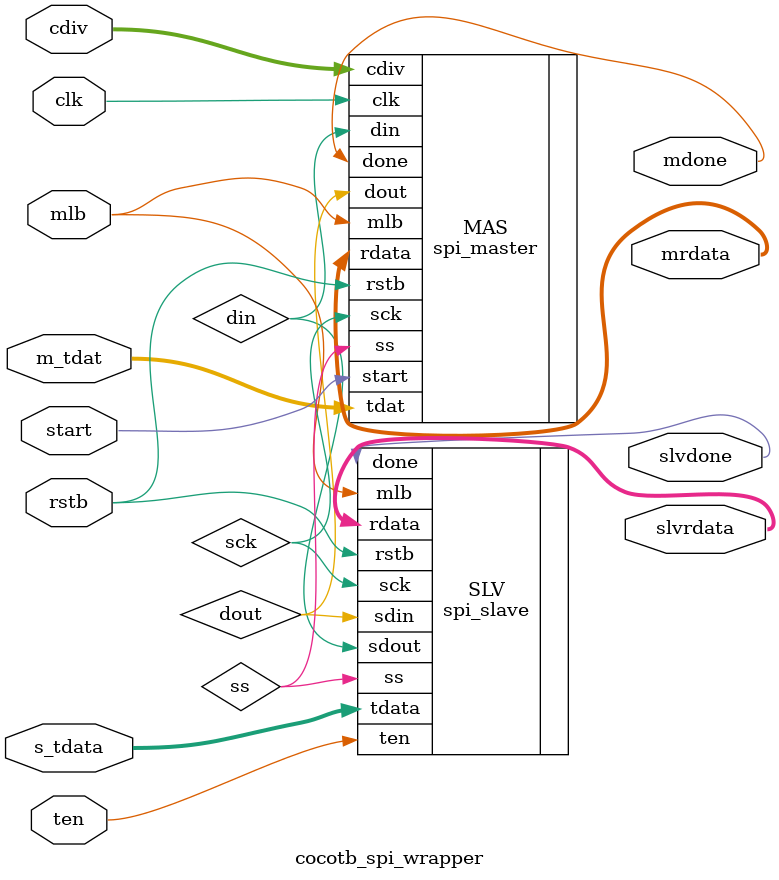
<source format=sv>
`default_nettype none
module cocotb_spi_wrapper (
    input  wire       rstb,
    input  wire       clk,
    input  wire       mlb,
    input  wire       start,
    input  wire [7:0] m_tdat,
    input  wire [1:0] cdiv,
    input  wire       ten,
    input  wire [7:0] s_tdata,
    output wire       mdone,
    output wire [7:0] mrdata,
    output wire       slvdone,
    output wire [7:0] slvrdata
);
    wire din;
    wire ss;
    wire sck;
    wire dout;

    spi_master MAS (
        .rstb(rstb),
        .clk(clk),
        .mlb(mlb),
        .start(start),
        .tdat(m_tdat),
        .cdiv(cdiv),
        .din(din),
        .ss(ss),
        .sck(sck),
        .dout(dout),
        .done(mdone),
        .rdata(mrdata)
    );

    spi_slave SLV (
        .rstb(rstb),
        .ten(ten),
        .tdata(s_tdata),
        .mlb(mlb),
        .ss(ss),
        .sck(sck),
        .sdin(dout),
        .sdout(din),
        .done(slvdone),
        .rdata(slvrdata)
    );
endmodule

</source>
